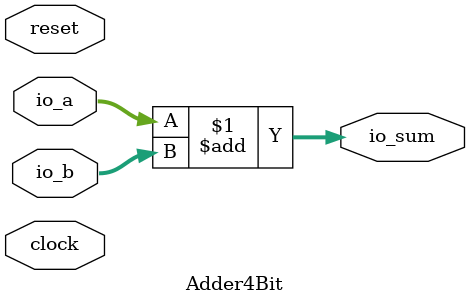
<source format=v>
module Adder4Bit(
  input        clock,
               reset,
  input  [3:0] io_a,
               io_b,
  output [3:0] io_sum
);

  assign io_sum = io_a + io_b;
endmodule


</source>
